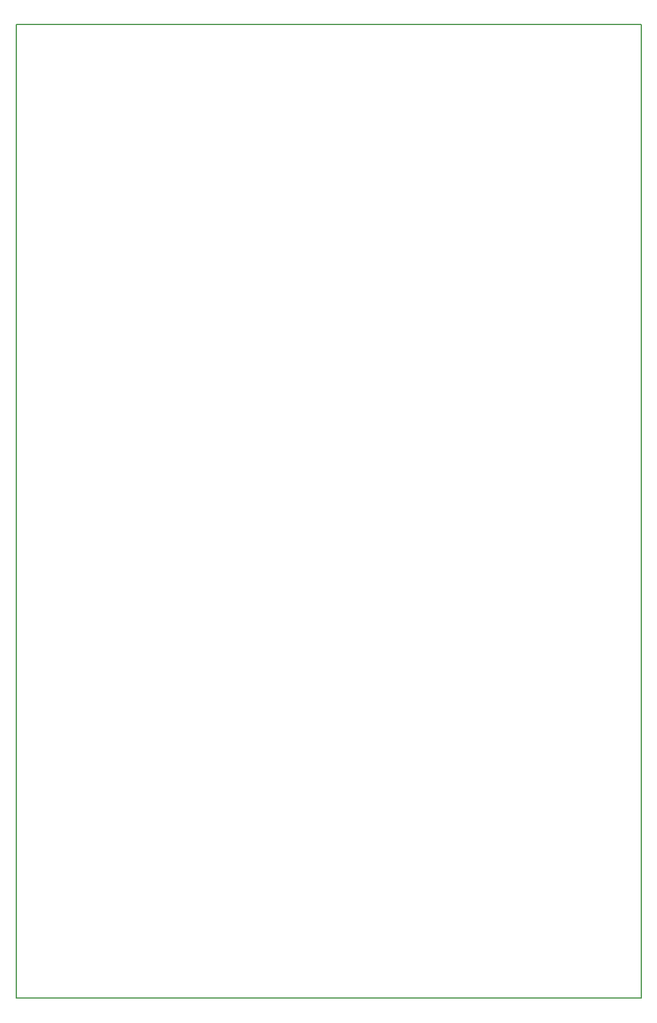
<source format=gbr>
%TF.GenerationSoftware,KiCad,Pcbnew,7.0.7-7.0.7~ubuntu23.04.1*%
%TF.CreationDate,2023-09-17T10:17:03+00:00*%
%TF.ProjectId,LED7SEG01,4c454437-5345-4473-9031-2e6b69636164,rev?*%
%TF.SameCoordinates,Original*%
%TF.FileFunction,Profile,NP*%
%FSLAX46Y46*%
G04 Gerber Fmt 4.6, Leading zero omitted, Abs format (unit mm)*
G04 Created by KiCad (PCBNEW 7.0.7-7.0.7~ubuntu23.04.1) date 2023-09-17 10:17:03*
%MOMM*%
%LPD*%
G01*
G04 APERTURE LIST*
%TA.AperFunction,Profile*%
%ADD10C,0.150000*%
%TD*%
G04 APERTURE END LIST*
D10*
X254000Y254000D02*
X254000Y141986000D01*
X91186000Y254000D02*
X254000Y254000D01*
X254000Y141986000D02*
X91186000Y141986000D01*
X91186000Y141986000D02*
X91186000Y254000D01*
M02*

</source>
